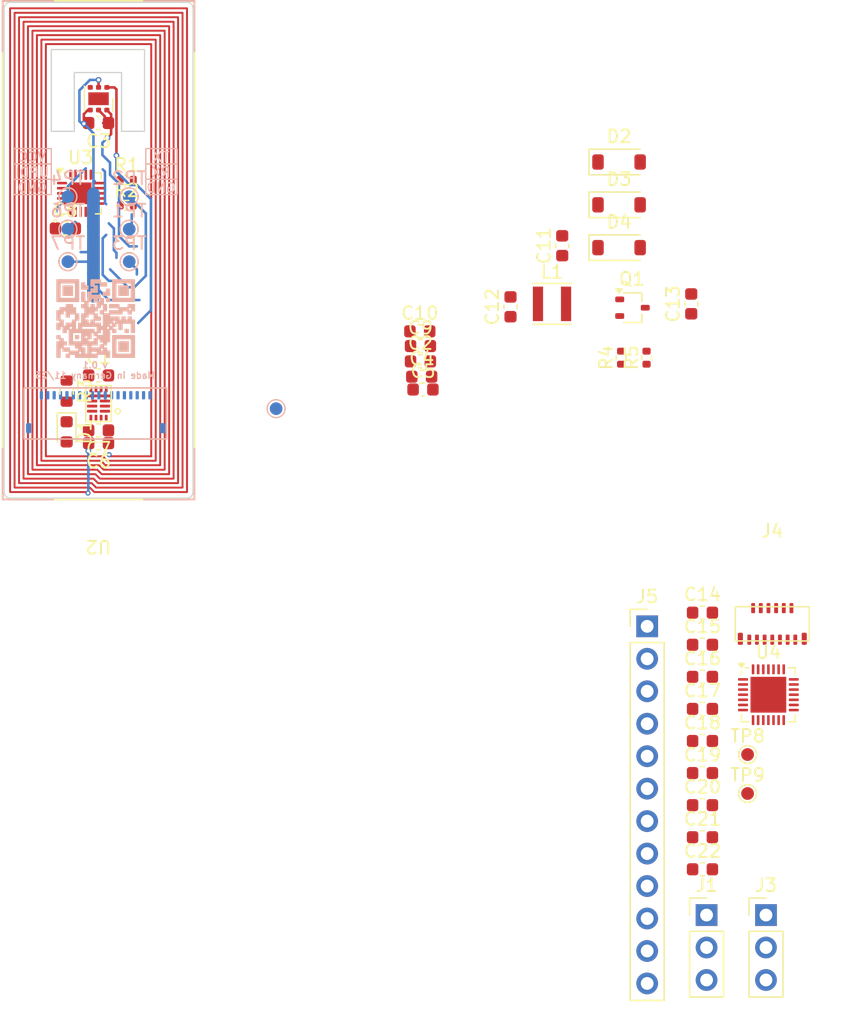
<source format=kicad_pcb>
(kicad_pcb (version 20240108) (generator "pcbnew") (generator_version "8.0")
  (title_block (comment 4 "AISLER Project ID: YAJLMFWK"))
  (layers (0 "F.Cu" signal) (1 "In1.Cu" signal) (2 "In2.Cu" signal) (31 "B.Cu" signal) (34 "B.Paste" user) (35 "F.Paste" user) (36 "B.SilkS" user "B.Silkscreen") (37 "F.SilkS" user "F.Silkscreen") (38 "B.Mask" user) (39 "F.Mask" user) (44 "Edge.Cuts" user))
  (net 0 "")
  (net 1 "ANT2")
  (net 2 "ANT1")
  (net 3 "SCL")
  (net 4 "SDA")
  (net 5 "PS")
  (net 6 "Net-(U4-CFLY2A)")
  (net 7 "RX")
  (net 9 "UPDI")
  (net 10 "Net-(U4-CFLY2B)")
  (net 12 "Net-(U4-CFLY1A)")
  (net 13 "TX")
  (net 14 "Net-(U4-CFLY1B)")
  (net 16 "VCC")
  (net 17 "Net-(U4-CSTORE)")
  (net 18 "Net-(U4-CFLY3B)")
  (net 20 "Net-(U4-CFLY3A)")
  (net 21 "Net-(U4-CDC)")
  (net 23 "Net-(D1-A)")
  (net 24 "Net-(J2-Pin_18)")
  (net 25 "Net-(J2-Pin_16)")
  (net 26 "Net-(J2-Pin_14)")
  (net 27 "Net-(J2-Pin_12)")
  (net 28 "Net-(J2-Pin_3)")
  (net 29 "Net-(D3-A)")
  (net 30 "Net-(D2-A)")
  (net 31 "PREVGH")
  (net 32 "PREVGL")
  (net 33 "BUSY")
  (net 34 "RES")
  (net 35 "SDI")
  (net 37 "CS")
  (net 38 "SCLK")
  (net 39 "RESE")
  (net 40 "D{slash}C")
  (net 41 "GDR")
  (net 45 "ED")
  (net 49 "GND")
  (net 50 "Net-(U4-CFLY4A)")
  (net 51 "Net-(U4-CFLY4B)")
  (net 52 "Net-(U4-CMPPT)")
  (net 53 "VBAT")
  (net 54 "VLDO")
  (net 55 "VIN")
  (net 56 "PART_INT")
  (net 58 "Net-(U4-LDOEN)")
  (footprint "Diode_SMD:D_SOD-123" (layer "F.Cu") (at 170.25 51.6)
    (property "Reference" "D4" (at 0 -2 0) (layer "F.SilkS"))
    (property "Value" "MBR0530")
    (pad "1" smd roundrect (at -1.65 0) (size 0.9 1.2) (layers "F.Cu" "F.Paste" "F.Mask") (net 29 "Net-(D3-A)"))
    (pad "2" smd roundrect (at 1.65 0) (size 0.9 1.2) (layers "F.Cu" "F.Paste" "F.Mask") (net 32 "PREVGL"))
  )
  (footprint "Capacitor_SMD:C_0603_1608Metric" (layer "F.Cu") (at 176.78 100.24)
    (property "Reference" "C22" (at 0 -1.43 0) (layer "F.SilkS"))
    (property "Value" "SUPER/HYBRIDCAP")
    (pad "1" smd roundrect (at -0.775 0) (size 0.9 0.95) (layers "F.Cu" "F.Paste" "F.Mask") (net 53 "VBAT"))
    (pad "2" smd roundrect (at 0.775 0) (size 0.9 0.95) (layers "F.Cu" "F.Paste" "F.Mask") (net 49 "GND"))
  )
  (footprint "Connector_PinHeader_2.54mm:PinHeader_1x03_P2.54mm_Vertical" (layer "F.Cu") (at 177.1 103.82)
    (property "Reference" "J1" (at 0 -2.33 0) (layer "F.SilkS"))
    (property "Value" "Conn_01x03_Pin")
    (pad "1" thru_hole rect (at 0 0) (size 1.7 1.7) (drill 1) (layers "*.Cu" "*.Mask") (net 49 "GND"))
    (pad "2" thru_hole oval (at 0 2.54) (size 1.7 1.7) (drill 1) (layers "*.Cu" "*.Mask") (net 9 "UPDI"))
    (pad "3" thru_hole oval (at 0 5.08) (size 1.7 1.7) (drill 1) (layers "*.Cu" "*.Mask") (net 5 "PS"))
  )
  (footprint "Capacitor_SMD:C_0603_1608Metric" (layer "F.Cu") (at 176.78 90.2)
    (property "Reference" "C18" (at 0 -1.43 0) (layer "F.SilkS"))
    (property "Value" "100nF")
    (pad "1" smd roundrect (at -0.775 0) (size 0.9 0.95) (layers "F.Cu" "F.Paste" "F.Mask") (net 49 "GND"))
    (pad "2" smd roundrect (at 0.775 0) (size 0.9 0.95) (layers "F.Cu" "F.Paste" "F.Mask") (net 21 "Net-(U4-CDC)"))
  )
  (footprint "unsurv_offline_pcb_footprints:VQFN-20-1EP_3x3mm_P0.4mm_EP1.7x1.7mm_edited" (layer "F.Cu") (at 128.1 47.35)
    (property "Reference" "U3" (at 0 -2.8 0) (layer "F.SilkS"))
    (property "Value" "ATtiny1626-MFR")
    (pad "1" smd custom (at -1.45 -0.8) (size 0.143431 0.143431) (layers "F.Cu" "F.Paste" "F.Mask") (options (clearance outline) (anchor circle)) (primitives (gr_poly (pts (xy -0.35 -0.05) (xy 0.299289 -0.05) (xy 0.35 0.000711) (xy 0.35 0.05) (xy -0.35 0.05)) (width 0.1) (fill yes))))
    (pad "2" smd roundrect (at -1.45 -0.4) (size 0.8 0.2) (layers "F.Cu" "F.Paste" "F.Mask"))
    (pad "3" smd roundrect (at -1.45 0) (size 0.8 0.2) (layers "F.Cu" "F.Paste" "F.Mask") (net 49 "GND"))
    (pad "4" smd roundrect (at -1.45 0.4) (size 0.8 0.2) (layers "F.Cu" "F.Paste" "F.Mask") (net 5 "PS"))
    (pad "5" smd custom (at -1.45 0.8) (size 0.143431 0.143431) (layers "F.Cu" "F.Paste" "F.Mask") (net 56 "PART_INT") (options (clearance outline) (anchor circle)) (primitives (gr_poly (pts (xy -0.35 -0.05) (xy 0.35 -0.05) (xy 0.35 -0.000711) (xy 0.299289 0.05) (xy -0.35 0.05)) (width 0.1) (fill yes))))
    (pad "6" smd custom (at -0.8 1.45) (size 0.143431 0.143431) (layers "F.Cu" "F.Paste" "F.Mask") (net 40 "D{slash}C") (options (clearance outline) (anchor circle)) (primitives (gr_poly (pts (xy -0.05 -0.299289) (xy 0.000711 -0.35) (xy 0.05 -0.35) (xy 0.05 0.35) (xy -0.05 0.35)) (width 0.1) (fill yes))))
    (pad "7" smd roundrect (at -0.4 1.45) (size 0.2 0.8) (layers "F.Cu" "F.Paste" "F.Mask") (net 34 "RES"))
    (pad "8" smd roundrect (at 0 1.45) (size 0.2 0.8) (layers "F.Cu" "F.Paste" "F.Mask") (net 33 "BUSY"))
    (pad "9" smd roundrect (at 0.4 1.45) (size 0.2 0.8) (layers "F.Cu" "F.Paste" "F.Mask"))
    (pad "10" smd custom (at 0.8 1.45) (size 0.143431 0.143431) (layers "F.Cu" "F.Paste" "F.Mask") (options (clearance outline) (anchor circle)) (primitives (gr_poly (pts (xy -0.05 -0.35) (xy -0.000711 -0.35) (xy 0.05 -0.299289) (xy 0.05 0.35) (xy -0.05 0.35)) (width 0.1) (fill yes))))
    (pad "11" smd custom (at 1.45 0.8) (size 0.143431 0.143431) (layers "F.Cu" "F.Paste" "F.Mask") (net 7 "RX") (options (clearance outline) (anchor circle)) (primitives (gr_poly (pts (xy -0.35 -0.05) (xy 0.35 -0.05) (xy 0.35 0.05) (xy -0.299289 0.05) (xy -0.35 -0.000711)) (width 0.1) (fill yes))))
    (pad "12" smd roundrect (at 1.45 0.4) (size 0.8 0.2) (layers "F.Cu" "F.Paste" "F.Mask") (net 13 "TX"))
    (pad "13" smd roundrect (at 1.45 0) (size 0.8 0.2) (layers "F.Cu" "F.Paste" "F.Mask") (net 4 "SDA"))
    (pad "14" smd roundrect (at 1.45 -0.4) (size 0.8 0.2) (layers "F.Cu" "F.Paste" "F.Mask") (net 3 "SCL"))
    (pad "15" smd custom (at 1.45 -0.8) (size 0.143431 0.143431) (layers "F.Cu" "F.Paste" "F.Mask") (net 35 "SDI") (options (clearance outline) (anchor circle)) (primitives (gr_poly (pts (xy -0.35 0.000711) (xy -0.299289 -0.05) (xy 0.35 -0.05) (xy 0.35 0.05) (xy -0.35 0.05)) (width 0.1) (fill yes))))
    (pad "16" smd custom (at 0.8 -1.45) (size 0.143431 0.143431) (layers "F.Cu" "F.Paste" "F.Mask") (net 38 "SCLK") (options (clearance outline) (anchor circle)) (primitives (gr_poly (pts (xy -0.05 -0.35) (xy 0.05 -0.35) (xy 0.05 0.299289) (xy -0.000711 0.35) (xy -0.05 0.35)) (width 0.1) (fill yes))))
    (pad "17" smd roundrect (at 0.4 -1.45) (size 0.2 0.8) (layers "F.Cu" "F.Paste" "F.Mask"))
    (pad "18" smd roundrect (at 0 -1.45) (size 0.2 0.8) (layers "F.Cu" "F.Paste" "F.Mask") (net 37 "CS"))
    (pad "19" smd roundrect (at -0.4 -1.45) (size 0.2 0.8) (layers "F.Cu" "F.Paste" "F.Mask") (net 9 "UPDI"))
    (pad "20" smd custom (at -0.8 -1.45) (size 0.143431 0.143431) (layers "F.Cu" "F.Paste" "F.Mask") (options (clearance outline) (anchor circle)) (primitives (gr_poly (pts (xy -0.05 -0.35) (xy 0.05 -0.35) (xy 0.05 0.35) (xy 0.000711 0.35) (xy -0.05 0.299289)) (width 0.1) (fill yes))))
    (pad "21" smd rect (at 0 0) (size 1.7 1.7) (property pad_prop_heatsink) (layers "F.Cu" "F.Mask") (net 49 "GND"))
  )
  (footprint "Capacitor_SMD:C_0603_1608Metric" (layer "F.Cu") (at 129.5 61.6)
    (property "Reference" "C1" (at 0 -1.43 0) (layer "F.SilkS"))
    (property "Value" "1 uF")
    (pad "1" smd roundrect (at -0.775 0) (size 0.9 0.95) (layers "F.Cu" "F.Paste" "F.Mask") (net 5 "PS"))
    (pad "2" smd roundrect (at 0.775 0) (size 0.9 0.95) (layers "F.Cu" "F.Paste" "F.Mask") (net 49 "GND"))
  )
  (footprint "Capacitor_SMD:C_0603_1608Metric" (layer "F.Cu") (at 175.9 56 90)
    (property "Reference" "C13" (at 0 -1.43 90) (layer "F.SilkS"))
    (property "Value" "1uF")
    (pad "1" smd roundrect (at -0.775 0 90) (size 0.9 0.95) (layers "F.Cu" "F.Paste" "F.Mask") (net 49 "GND"))
    (pad "2" smd roundrect (at 0.775 0 90) (size 0.9 0.95) (layers "F.Cu" "F.Paste" "F.Mask") (net 31 "PREVGH"))
  )
  (footprint "Package_DFN_QFN:QFN-28-1EP_4x4mm_P0.4mm_EP2.8x2.8mm" (layer "F.Cu") (at 181.94 86.58)
    (property "Reference" "U4" (at 0 -3.33 0) (layer "F.SilkS"))
    (property "Value" "~")
    (pad "1" smd roundrect (at -1.9875 -1.2) (size 0.775 0.2) (layers "F.Cu" "F.Paste" "F.Mask") (net 18 "Net-(U4-CFLY3B)"))
    (pad "2" smd roundrect (at -1.9875 -0.8) (size 0.775 0.2) (layers "F.Cu" "F.Paste" "F.Mask") (net 20 "Net-(U4-CFLY3A)"))
    (pad "3" smd roundrect (at -1.9875 -0.4) (size 0.775 0.2) (layers "F.Cu" "F.Paste" "F.Mask") (net 21 "Net-(U4-CDC)"))
    (pad "4" smd roundrect (at -1.9875 0) (size 0.775 0.2) (layers "F.Cu" "F.Paste" "F.Mask") (net 49 "GND"))
    (pad "5" smd roundrect (at -1.9875 0.4) (size 0.775 0.2) (layers "F.Cu" "F.Paste" "F.Mask") (net 51 "Net-(U4-CFLY4B)"))
    (pad "6" smd roundrect (at -1.9875 0.8) (size 0.775 0.2) (layers "F.Cu" "F.Paste" "F.Mask") (net 50 "Net-(U4-CFLY4A)"))
    (pad "7" smd roundrect (at -1.9875 1.2) (size 0.775 0.2) (layers "F.Cu" "F.Paste" "F.Mask") (net 52 "Net-(U4-CMPPT)"))
    (pad "8" smd roundrect (at -1.2 1.9875) (size 0.2 0.775) (layers "F.Cu" "F.Paste" "F.Mask"))
    (pad "9" smd roundrect (at -0.8 1.9875) (size 0.2 0.775) (layers "F.Cu" "F.Paste" "F.Mask") (net 58 "Net-(U4-LDOEN)"))
    (pad "10" smd roundrect (at -0.4 1.9875) (size 0.2 0.775) (layers "F.Cu" "F.Paste" "F.Mask") (net 49 "GND"))
    (pad "11" smd roundrect (at 0 1.9875) (size 0.2 0.775) (layers "F.Cu" "F.Paste" "F.Mask"))
    (pad "12" smd roundrect (at 0.4 1.9875) (size 0.2 0.775) (layers "F.Cu" "F.Paste" "F.Mask") (net 58 "Net-(U4-LDOEN)"))
    (pad "13" smd roundrect (at 0.8 1.9875) (size 0.2 0.775) (layers "F.Cu" "F.Paste" "F.Mask") (net 54 "VLDO"))
    (pad "14" smd roundrect (at 1.2 1.9875) (size 0.2 0.775) (layers "F.Cu" "F.Paste" "F.Mask") (net 53 "VBAT"))
    (pad "15" smd roundrect (at 1.9875 1.2) (size 0.775 0.2) (layers "F.Cu" "F.Paste" "F.Mask") (net 4 "SDA"))
    (pad "16" smd roundrect (at 1.9875 0.8) (size 0.775 0.2) (layers "F.Cu" "F.Paste" "F.Mask") (net 3 "SCL"))
    (pad "17" smd roundrect (at 1.9875 0.4) (size 0.775 0.2) (layers "F.Cu" "F.Paste" "F.Mask") (net 49 "GND"))
    (pad "18" smd roundrect (at 1.9875 0) (size 0.775 0.2) (layers "F.Cu" "F.Paste" "F.Mask") (net 49 "GND"))
    (pad "19" smd roundrect (at 1.9875 -0.4) (size 0.775 0.2) (layers "F.Cu" "F.Paste" "F.Mask") (net 49 "GND"))
    (pad "20" smd roundrect (at 1.9875 -0.8) (size 0.775 0.2) (layers "F.Cu" "F.Paste" "F.Mask") (net 49 "GND"))
    (pad "21" smd roundrect (at 1.9875 -1.2) (size 0.775 0.2) (layers "F.Cu" "F.Paste" "F.Mask") (net 49 "GND"))
    (pad "22" smd roundrect (at 1.2 -1.9875) (size 0.2 0.775) (layers "F.Cu" "F.Paste" "F.Mask") (net 17 "Net-(U4-CSTORE)"))
    (pad "23" smd roundrect (at 0.8 -1.9875) (size 0.2 0.775) (layers "F.Cu" "F.Paste" "F.Mask"))
    (pad "24" smd roundrect (at 0.4 -1.9875) (size 0.2 0.775) (layers "F.Cu" "F.Paste" "F.Mask") (net 55 "VIN"))
    (pad "25" smd roundrect (at 0 -1.9875) (size 0.2 0.775) (layers "F.Cu" "F.Paste" "F.Mask") (net 14 "Net-(U4-CFLY1B)"))
    (pad "26" smd roundrect (at -0.4 -1.9875) (size 0.2 0.775) (layers "F.Cu" "F.Paste" "F.Mask") (net 12 "Net-(U4-CFLY1A)"))
    (pad "27" smd roundrect (at -0.8 -1.9875) (size 0.2 0.775) (layers "F.Cu" "F.Paste" "F.Mask") (net 10 "Net-(U4-CFLY2B)"))
    (pad "28" smd roundrect (at -1.2 -1.9875) (size 0.2 0.775) (layers "F.Cu" "F.Paste" "F.Mask") (net 6 "Net-(U4-CFLY2A)"))
    (pad "29" smd rect (at 0 0) (size 2.8 2.8) (property pad_prop_heatsink) (layers "F.Cu" "F.Mask"))
  )
  (footprint "LED_SMD:LED_0603_1608Metric" (layer "F.Cu") (at 127 66.0125 -90)
    (property "Reference" "D1" (at 0 -1.43 90) (layer "F.SilkS"))
    (property "Value" "LED")
    (pad "1" smd roundrect (at -0.7875 0 270) (size 0.875 0.95) (layers "F.Cu" "F.Paste" "F.Mask") (net 49 "GND"))
    (pad "2" smd roundrect (at 0.7875 0 270) (size 0.875 0.95) (layers "F.Cu" "F.Paste" "F.Mask") (net 23 "Net-(D1-A)"))
  )
  (footprint "unsurv_offline_pcb_footprints:38x14_378uH" (layer "F.Cu") (at 122.5 32.8)
    (property "Reference" "AE1" (hide yes))
    (property "Value" "Antenna_Dipole" (hide yes))
    (fp_line (start 6.172614 37.925) (end 6.172614 38) (stroke (width 0.12)) (layer "F.Cu"))
    (fp_line (start 7.827386 35.125) (end 7.827386 35) (stroke (width 0.12)) (layer "F.Cu"))
    (pad "1" smd custom (at 6.172614 37.925) (size 0.15 0.15) (layers "F.Cu") (net 2 "ANT1") (options (clearance outline) (anchor circle)) (primitives (gr_line (start 0 0) (end -6.097614 0) (width 0.15)) (gr_line (start -6.097614 0) (end -6.097614 -37.85) (width 0.15)) (gr_line (start -6.097614 -37.85) (end 7.752386 -37.85) (width 0.15)) (gr_line (start 7.752386 -37.85) (end 7.752386 0) (width 0.15)) (gr_line (start 7.752386 0) (end 0.494975 0) (width 0.15)) (gr_line (start 0.494975 0) (end 0.144975 -0.35) (width 0.15)) (gr_line (start 0.144975 -0.35) (end -5.747614 -0.35) (width 0.15)) (gr_line (start -5.747614 -0.35) (end -5.747614 -37.5) (width 0.15)) (gr_line (start -5.747614 -37.5) (end 7.402386 -37.5) (width 0.15)) (gr_line (start 7.402386 -37.5) (end 7.402386 -0.35) (width 0.15)) (gr_line (start 7.402386 -0.35) (end 0.639949 -0.35) (width 0.15)) (gr_line (start 0.639949 -0.35) (end 0.289949 -0.7) (width 0.15)) (gr_line (start 0.289949 -0.7) (end -5.397614 -0.7) (width 0.15)) (gr_line (start -5.397614 -0.7) (end -5.397614 -37.15) (width 0.15)) (gr_line (start -5.397614 -37.15) (end 7.052386 -37.15) (width 0.15)) (gr_line (start 7.052386 -37.15) (end 7.052386 -0.7) (width 0.15)) (gr_line (start 7.052386 -0.7) (end 0.784924 -0.7) (width 0.15)) (gr_line (start 0.784924 -0.7) (end 0.434924 -1.05) (width 0.15)) (gr_line (start 0.434924 -1.05) (end -5.047614 -1.05) (width 0.15)) (gr_line (start -5.047614 -1.05) (end -5.047614 -36.8) (width 0.15)) (gr_line (start -5.047614 -36.8) (end 6.702386 -36.8) (width 0.15)) (gr_line (start 6.702386 -36.8) (end 6.702386 -1.05) (width 0.15)) (gr_line (start 6.702386 -1.05) (end 0.929899 -1.05) (width 0.15)) (gr_line (start 0.929899 -1.05) (end 0.579899 -1.4) (width 0.15)) (gr_line (start 0.579899 -1.4) (end -4.697614 -1.4) (width 0.15)) (gr_line (start -4.697614 -1.4) (end -4.697614 -36.45) (width 0.15)) (gr_line (start -4.697614 -36.45) (end 6.352386 -36.45) (width 0.15)) (gr_line (start 6.352386 -36.45) (end 6.352386 -1.4) (width 0.15)) (gr_line (start 6.352386 -1.4) (end 1.074874 -1.4) (width 0.15)) (gr_line (start 1.074874 -1.4) (end 0.724874 -1.75) (width 0.15)) (gr_line (start 0.724874 -1.75) (end -4.347614 -1.75) (width 0.15)) (gr_line (start -4.347614 -1.75) (end -4.347614 -36.1) (width 0.15)) (gr_line (start -4.347614 -36.1) (end 6.002386 -36.1) (width 0.15)) (gr_line (start 6.002386 -36.1) (end 6.002386 -1.75) (width 0.15)) (gr_line (start 6.002386 -1.75) (end 1.219848 -1.75) (width 0.15)) (gr_line (start 1.219848 -1.75) (end 0.869848 -2.1) (width 0.15)) (gr_line (start 0.869848 -2.1) (end -3.997614 -2.1) (width 0.15)) (gr_line (start -3.997614 -2.1) (end -3.997614 -35.75) (width 0.15)) (gr_line (start -3.997614 -35.75) (end 5.652386 -35.75) (width 0.15)) (gr_line (start 5.652386 -35.75) (end 5.652386 -2.1) (width 0.15)) (gr_line (start 5.652386 -2.1) (end 1.364823 -2.1) (width 0.15)) (gr_line (start 1.364823 -2.1) (end 1.014823 -2.45) (width 0.15)) (gr_line (start 1.014823 -2.45) (end -3.647614 -2.45) (width 0.15)) (gr_line (start -3.647614 -2.45) (end -3.647614 -35.4) (width 0.15)) (gr_line (start -3.647614 -35.4) (end 5.302386 -35.4) (width 0.15)) (gr_line (start 5.302386 -35.4) (end 5.302386 -2.45) (width 0.15)) (gr_line (start 5.302386 -2.45) (end 1.509798 -2.45) (width 0.15)) (gr_line (start 1.509798 -2.45) (end 1.159798 -2.8) (width 0.15)) (gr_line (start 1.159798 -2.8) (end -3.297614 -2.8) (width 0.15)) (gr_line (start -3.297614 -2.8) (end -3.297614 -35.05) (width 0.15)) (gr_line (start -3.297614 -35.05) (end 4.952386 -35.05) (width 0.15)) (gr_line (start 4.952386 -35.05) (end 4.952386 -2.8) (width 0.15))))
    (pad "1" thru_hole circle (at 6.172614 38) (size 0.4 0.4) (drill 0.2) (layers "*.Cu" "*.Mask") (net 2 "ANT1"))
    (pad "2" thru_hole circle (at 7.827386 35) (size 0.4 0.4) (drill 0.2) (layers "*.Cu" "*.Mask") (net 1 "ANT2"))
    (pad "2" smd custom (at 7.827386 35.125) (size 0.15 0.15) (layers "F.Cu") (net 1 "ANT2") (options (clearance outline) (anchor circle)) (primitives (gr_line (start 0 0) (end 3.297614 0) (width 0.15))))
  )
  (footprint "unsurv_offline_pcb_footprints:TMP117 WSON-6-1EP_2x2mm_P0.65mm_no_pad_paste" (layer "F.Cu") (at 129.5 39.95 -90)
    (property "Reference" "U1" (hide yes))
    (property "Value" "TMP117AIDRVR")
    (pad "1" smd roundrect (at -0.8875 -0.65 270) (size 0.375 0.4) (layers "F.Cu" "F.Paste" "F.Mask") (net 3 "SCL"))
    (pad "2" smd roundrect (at -0.8875 0 270) (size 0.375 0.4) (layers "F.Cu" "F.Paste" "F.Mask") (net 49 "GND"))
    (pad "3" smd roundrect (at -0.8875 0.65 270) (size 0.375 0.4) (layers "F.Cu" "F.Paste" "F.Mask"))
    (pad "4" smd roundrect (at 0.8875 0.65 270) (size 0.375 0.4) (layers "F.Cu" "F.Paste" "F.Mask") (net 49 "GND"))
    (pad "5" smd roundrect (at 0.8875 0 270) (size 0.375 0.4) (layers "F.Cu" "F.Paste" "F.Mask") (net 5 "PS"))
    (pad "6" smd roundrect (at 0.8875 -0.65 270) (size 0.375 0.4) (layers "F.Cu" "F.Paste" "F.Mask") (net 4 "SDA"))
    (pad "7" smd rect (at 0 0 270) (size 1 1.6) (layers "F.Cu" "F.Mask"))
  )
  (footprint "Capacitor_SMD:C_0603_1608Metric" (layer "F.Cu") (at 154.7 60.5)
    (property "Reference" "C2" (at 0 -1.43 0) (layer "F.SilkS"))
    (property "Value" "1 uF 25 V")
    (pad "1" smd roundrect (at -0.775 0) (size 0.9 0.95) (layers "F.Cu" "F.Paste" "F.Mask") (net 49 "GND"))
    (pad "2" smd roundrect (at 0.775 0) (size 0.9 0.95) (layers "F.Cu" "F.Paste" "F.Mask") (net 24 "Net-(J2-Pin_18)"))
  )
  (footprint "Capacitor_SMD:C_0603_1608Metric" (layer "F.Cu") (at 176.78 82.67)
    (property "Reference" "C15" (at 0 -1.43 0) (layer "F.SilkS"))
    (property "Value" "1uF")
    (pad "1" smd roundrect (at -0.775 0) (size 0.9 0.95) (layers "F.Cu" "F.Paste" "F.Mask") (net 12 "Net-(U4-CFLY1A)"))
    (pad "2" smd roundrect (at 0.775 0) (size 0.9 0.95) (layers "F.Cu" "F.Paste" "F.Mask") (net 14 "Net-(U4-CFLY1B)"))
  )
  (footprint "Capacitor_SMD:C_0603_1608Metric" (layer "F.Cu") (at 176.78 80.16)
    (property "Reference" "C14" (at 0 -1.43 0) (layer "F.SilkS"))
    (property "Value" "1uF")
    (pad "1" smd roundrect (at -0.775 0) (size 0.9 0.95) (layers "F.Cu" "F.Paste" "F.Mask") (net 6 "Net-(U4-CFLY2A)"))
    (pad "2" smd roundrect (at 0.775 0) (size 0.9 0.95) (layers "F.Cu" "F.Paste" "F.Mask") (net 10 "Net-(U4-CFLY2B)"))
  )
  (footprint "Capacitor_SMD:C_0603_1608Metric" (layer "F.Cu") (at 165.8 51.45 90)
    (property "Reference" "C11" (at 0 -1.43 90) (layer "F.SilkS"))
    (property "Value" "4.7uF")
    (pad "1" smd roundrect (at -0.775 0 90) (size 0.9 0.95) (layers "F.Cu" "F.Paste" "F.Mask") (net 30 "Net-(D2-A)"))
    (pad "2" smd roundrect (at 0.775 0 90) (size 0.9 0.95) (layers "F.Cu" "F.Paste" "F.Mask") (net 29 "Net-(D3-A)"))
  )
  (footprint "Capacitor_SMD:C_0603_1608Metric" (layer "F.Cu") (at 176.78 92.71)
    (property "Reference" "C19" (at 0 -1.43 0) (layer "F.SilkS"))
    (property "Value" "100nF")
    (pad "1" smd roundrect (at -0.775 0) (size 0.9 0.95) (layers "F.Cu" "F.Paste" "F.Mask") (net 51 "Net-(U4-CFLY4B)"))
    (pad "2" smd roundrect (at 0.775 0) (size 0.9 0.95) (layers "F.Cu" "F.Paste" "F.Mask") (net 50 "Net-(U4-CFLY4A)"))
  )
  (footprint "Capacitor_SMD:C_0603_1608Metric" (layer "F.Cu") (at 176.78 95.22)
    (property "Reference" "C20" (at 0 -1.43 0) (layer "F.SilkS"))
    (property "Value" "100nF")
    (pad "1" smd roundrect (at -0.775 0) (size 0.9 0.95) (layers "F.Cu" "F.Paste" "F.Mask") (net 49 "GND"))
    (pad "2" smd roundrect (at 0.775 0) (size 0.9 0.95) (layers "F.Cu" "F.Paste" "F.Mask") (net 52 "Net-(U4-CMPPT)"))
  )
  (footprint "Capacitor_SMD:C_0603_1608Metric" (layer "F.Cu") (at 126.9 50.1)
    (property "Reference" "C8" (at 0 -1.43 0) (layer "F.SilkS"))
    (property "Value" "0.1 uF")
    (pad "1" smd roundrect (at -0.775 0) (size 0.9 0.95) (layers "F.Cu" "F.Paste" "F.Mask") (net 5 "PS"))
    (pad "2" smd roundrect (at 0.775 0) (size 0.9 0.95) (layers "F.Cu" "F.Paste" "F.Mask") (net 49 "GND"))
  )
  (footprint "Resistor_SMD:R_0603_1608Metric" (layer "F.Cu") (at 127 62.825 -90)
    (property "Reference" "R3" (at 0 -1.43 90) (layer "F.SilkS"))
    (property "Value" "1k")
    (pad "1" smd roundrect (at -0.825 0 270) (size 0.8 0.95) (layers "F.Cu" "F.Paste" "F.Mask") (net 5 "PS"))
    (pad "2" smd roundrect (at 0.825 0 270) (size 0.8 0.95) (layers "F.Cu" "F.Paste" "F.Mask") (net 23 "Net-(D1-A)"))
  )
  (footprint "Capacitor_SMD:C_0603_1608Metric" (layer "F.Cu") (at 154.65 58.15)
    (property "Reference" "C10" (at 0 -1.43 0) (layer "F.SilkS"))
    (property "Value" "1 uF 25 V")
    (pad "1" smd roundrect (at -0.775 0) (size 0.9 0.95) (layers "F.Cu" "F.Paste" "F.Mask") (net 49 "GND"))
    (pad "2" smd roundrect (at 0.775 0) (size 0.9 0.95) (layers "F.Cu" "F.Paste" "F.Mask") (net 28 "Net-(J2-Pin_3)"))
  )
  (footprint "Capacitor_SMD:C_0603_1608Metric" (layer "F.Cu") (at 176.78 87.69)
    (property "Reference" "C17" (at 0 -1.43 0) (layer "F.SilkS"))
    (property "Value" "470nF")
    (pad "1" smd roundrect (at -0.775 0) (size 0.9 0.95) (layers "F.Cu" "F.Paste" "F.Mask") (net 18 "Net-(U4-CFLY3B)"))
    (pad "2" smd roundrect (at 0.775 0) (size 0.9 0.95) (layers "F.Cu" "F.Paste" "F.Mask") (net 20 "Net-(U4-CFLY3A)"))
  )
  (footprint "Resistor_SMD:R_0402_1005Metric" (layer "F.Cu") (at 172.4 60.21 90)
    (property "Reference" "R5" (at 0 -1.17 90) (layer "F.SilkS"))
    (property "Value" "10k")
    (pad "1" smd roundrect (at -0.51 0 90) (size 0.54 0.64) (layers "F.Cu" "F.Paste" "F.Mask") (net 41 "GDR"))
    (pad "2" smd roundrect (at 0.51 0 90) (size 0.54 0.64) (layers "F.Cu" "F.Paste" "F.Mask") (net 49 "GND"))
  )
  (footprint "Connector_PinHeader_2.54mm:PinHeader_1x03_P2.54mm_Vertical" (layer "F.Cu") (at 181.75 103.82)
    (property "Reference" "J3" (at 0 -2.33 0) (layer "F.SilkS"))
    (property "Value" "Conn_01x03_Pin")
    (pad "1" thru_hole rect (at 0 0) (size 1.7 1.7) (drill 1) (layers "*.Cu" "*.Mask") (net 54 "VLDO"))
    (pad "2" thru_hole oval (at 0 2.54) (size 1.7 1.7) (drill 1) (layers "*.Cu" "*.Mask") (net 5 "PS"))
    (pad "3" thru_hole oval (at 0 5.08) (size 1.7 1.7) (drill 1) (layers "*.Cu" "*.Mask") (net 55 "VIN"))
  )
  (footprint "TestPoint:TestPoint_Pad_D1.0mm" (layer "F.Cu") (at 180.31 94.31)
    (property "Reference" "TP9" (at 0 -1.448 0) (layer "F.SilkS"))
    (property "Value" "TestPoint")
    (pad "1" smd circle (at 0 0) (size 1 1) (layers "F.Cu" "F.Mask") (net 58 "Net-(U4-LDOEN)"))
  )
  (footprint "Capacitor_SMD:C_0603_1608Metric" (layer "F.Cu") (at 129.5 65.9 180)
    (property "Reference" "C7" (at 0 -1.43 180) (layer "F.SilkS"))
    (property "Value" "8.3 pF")
    (pad "1" smd roundrect (at -0.775 0 180) (size 0.9 0.95) (layers "F.Cu" "F.Paste" "F.Mask") (net 1 "ANT2"))
    (pad "2" smd roundrect (at 0.775 0 180) (size 0.9 0.95) (layers "F.Cu" "F.Paste" "F.Mask") (net 2 "ANT1"))
  )
  (footprint "Inductor_SMD:L_Taiyo-Yuden_MD-3030" (layer "F.Cu") (at 165 56)
    (property "Reference" "L1" (at 0 -2.5 0) (layer "F.SilkS"))
    (property "Value" "47uH 500mA")
    (pad "1" smd rect (at -1.1 0) (size 0.8 2.7) (layers "F.Cu" "F.Paste" "F.Mask") (net 5 "PS"))
    (pad "2" smd rect (at 1.1 0) (size 0.8 2.7) (layers "F.Cu" "F.Paste" "F.Mask") (net 30 "Net-(D2-A)"))
  )
  (footprint "Capacitor_SMD:C_0603_1608Metric" (layer "F.Cu") (at 129.5 41.85 180)
    (property "Reference" "C3" (at 0 -1.43 180) (layer "F.SilkS"))
    (property "Value" "0.1 uF")
    (pad "1" smd roundrect (at -0.775 0 180) (size 0.9 0.95) (layers "F.Cu" "F.Paste" "F.Mask") (net 5 "PS"))
    (pad "2" smd roundrect (at 0.775 0 180) (size 0.9 0.95) (layers "F.Cu" "F.Paste" "F.Mask") (net 49 "GND"))
  )
  (footprint "TestPoint:TestPoint_Pad_D1.0mm" (layer "F.Cu") (at 180.31 91.26)
    (property "Reference" "TP8" (at 0 -1.448 0) (layer "F.SilkS"))
    (property "Value" "TestPoint")
    (pad "1" smd circle (at 0 0) (size 1 1) (layers "F.Cu" "F.Mask") (net 54 "VLDO"))
  )
  (footprint "Capacitor_SMD:C_0603_1608Metric" (layer "F.Cu") (at 154.8 61.7)
    (property "Reference" "C4" (at 0 -1.43 0) (layer "F.SilkS"))
    (property "Value" "1 uF 25 V")
    (pad "1" smd roundrect (at -0.775 0) (size 0.9 0.95) (layers "F.Cu" "F.Paste" "F.Mask") (net 49 "GND"))
    (pad "2" smd roundrect (at 0.775 0) (size 0.9 0.95) (layers "F.Cu" "F.Paste" "F.Mask") (net 25 "Net-(J2-Pin_16)"))
  )
  (footprint "Diode_SMD:D_SOD-123" (layer "F.Cu") (at 170.25 44.9)
    (property "Reference" "D2" (at 0 -2 0) (layer "F.SilkS"))
    (property "Value" "MBR0530")
    (pad "1" smd roundrect (at -1.65 0) (size 0.9 1.2) (layers "F.Cu" "F.Paste" "F.Mask") (net 31 "PREVGH"))
    (pad "2" smd roundrect (at 1.65 0) (size 0.9 1.2) (layers "F.Cu" "F.Paste" "F.Mask") (net 30 "Net-(D2-A)"))
  )
  (footprint "Diode_SMD:D_SOD-123" (layer "F.Cu") (at 170.25 48.25)
    (property "Reference" "D3" (at 0 -2 0) (layer "F.SilkS"))
    (property "Value" "MBR0530")
    (pad "1" smd roundrect (at -1.65 0) (size 0.9 1.2) (layers "F.Cu" "F.Paste" "F.Mask") (net 49 "GND"))
    (pad "2" smd roundrect (at 1.65 0) (size 0.9 1.2) (layers "F.Cu" "F.Paste" "F.Mask") (net 29 "Net-(D3-A)"))
  )
  (footprint "Resistor_SMD:R_0402_1005Metric" (layer "F.Cu") (at 170.41 60.21 90)
    (property "Reference" "R4" (at 0 -1.17 90) (layer "F.SilkS"))
    (property "Value" "2.2")
    (pad "1" smd roundrect (at -0.51 0 90) (size 0.54 0.64) (layers "F.Cu" "F.Paste" "F.Mask") (net 39 "RESE"))
    (pad "2" smd roundrect (at 0.51 0 90) (size 0.54 0.64) (layers "F.Cu" "F.Paste" "F.Mask") (net 49 "GND"))
  )
  (footprint "Capacitor_SMD:C_0603_1608Metric" (layer "F.Cu") (at 176.78 85.18)
    (property "Reference" "C16" (at 0 -1.43 0) (layer "F.SilkS"))
    (property "Value" "47uF")
    (pad "1" smd roundrect (at -0.775 0) (size 0.9 0.95) (layers "F.Cu" "F.Paste" "F.Mask") (net 17 "Net-(U4-CSTORE)"))
    (pad "2" smd roundrect (at 0.775 0) (size 0.9 0.95) (layers "F.Cu" "F.Paste" "F.Mask") (net 49 "GND"))
  )
  (footprint "Package_TO_SOT_SMD:SOT-323_SC-70" (layer "F.Cu") (at 171.3 56.3)
    (property "Reference" "Q1" (at -0.05 -2.25 0) (layer "F.SilkS"))
    (property "Value" "Si1308EDL")
    (pad "1" smd roundrect (at -1 -0.65 270) (size 0.45 0.7) (layers "F.Cu" "F.Paste" "F.Mask") (net 41 "GDR"))
    (pad "2" smd roundrect (at -1 0.65 270) (size 0.45 0.7) (layers "F.Cu" "F.Paste" "F.Mask") (net 39 "RESE"))
    (pad "3" smd roundrect (at 1 0 270) (size 0.45 0.7) (layers "F.Cu" "F.Paste" "F.Mask") (net 30 "Net-(D2-A)"))
  )
  (footprint "Capacitor_SMD:C_0603_1608Metric" (layer "F.Cu") (at 154.7 59.3)
    (property "Reference" "C9" (at 0 -1.43 0) (layer "F.SilkS"))
    (property "Value" "1 uF 25 V")
    (pad "1" smd roundrect (at -0.775 0) (size 0.9 0.95) (layers "F.Cu" "F.Paste" "F.Mask") (net 49 "GND"))
    (pad "2" smd roundrect (at 0.775 0) (size 0.9 0.95) (layers "F.Cu" "F.Paste" "F.Mask") (net 27 "Net-(J2-Pin_12)"))
  )
  (footprint "Resistor_SMD:R_0402_1005Metric" (layer "F.Cu") (at 131.71 46.3)
    (property "Reference" "R1" (at 0 -1.17 0) (layer "F.SilkS"))
    (property "Value" "4.7k")
    (pad "1" smd roundrect (at -0.51 0) (size 0.54 0.64) (layers "F.Cu" "F.Paste" "F.Mask") (net 5 "PS"))
    (pad "2" smd roundrect (at 0.51 0) (size 0.54 0.64) (layers "F.Cu" "F.Paste" "F.Mask") (net 3 "SCL"))
  )
  (footprint "unsurv_offline_pcb_footprints:NTAG 5 link" (layer "F.Cu") (at 129.5 63.8 180)
    (property "Reference" "U2" (at 0 -11.2 180) (layer "F.SilkS"))
    (property "Value" "NTAG link")
    (pad "1" smd roundrect (at -0.5 -0.6 90) (size 0.22 0.8) (layers "F.Cu" "F.Paste" "F.Mask") (net 49 "GND"))
    (pad "2" smd roundrect (at -0.5 -0.2 90) (size 0.22 0.8) (layers "F.Cu" "F.Paste" "F.Mask") (net 49 "GND"))
    (pad "3" smd roundrect (at -0.5 0.2 90) (size 0.22 0.8) (layers "F.Cu" "F.Paste" "F.Mask"))
    (pad "4" smd roundrect (at -0.5 0.6 90) (size 0.22 0.8) (layers "F.Cu" "F.Paste" "F.Mask"))
    (pad "5" smd roundrect (at -0.6 1.1) (size 0.22 0.44) (layers "F.Cu" "F.Paste" "F.Mask"))
    (pad "6" smd roundrect (at -0.2 1.1) (size 0.22 0.44) (layers "F.Cu" "F.Paste" "F.Mask") (net 4 "SDA"))
    (pad "7" smd roundrect (at 0.2 1.1) (size 0.22 0.44) (layers "F.Cu" "F.Paste" "F.Mask") (net 3 "SCL"))
    (pad "8" smd roundrect (at 0.6 1.1) (size 0.22 0.44) (layers "F.Cu" "F.Paste" "F.Mask") (net 45 "ED"))
    (pad "9" smd roundrect (at 0.5 0.6 270) (size 0.22 0.8) (layers "F.Cu" "F.Paste" "F.Mask") (net 5 "PS"))
    (pad "10" smd roundrect (at 0.5 0.2 270) (size 0.22 0.8) (layers "F.Cu" "F.Paste" "F.Mask"))
    (pad "11" smd roundrect (at 0.5 -0.2 270) (size 0.22 0.8) (layers "F.Cu" "F.Paste" "F.Mask") (net 49 "GND"))
    (pad "12" smd roundrect (at 0.5 -0.6 270) (size 0.22 0.8) (layers "F.Cu" "F.Paste" "F.Mask") (net 55 "VIN"))
    (pad "13" smd roundrect (at 0.6 -1.1) (size 0.22 0.44) (layers "F.Cu" "F.Paste" "F.Mask"))
    (pad "14" smd roundrect (at 0.2 -1.1) (size 0.22 0.44) (layers "F.Cu" "F.Paste" "F.Mask") (net 2 "ANT1"))
    (pad "15" smd roundrect (at -0.2 -1.1) (size 0.22 0.44) (layers "F.Cu" "F.Paste" "F.Mask") (net 1 "ANT2"))
    (pad "16" smd roundrect (at -0.6 -1.1) (size 0.22 0.44) (layers "F.Cu" "F.Paste" "F.Mask"))
  )
  (footprint "Capacitor_SMD:C_0603_1608Metric" (layer "F.Cu") (at 161.75 56.23 90)
    (property "Reference" "C12" (at 0 -1.43 90) (layer "F.SilkS"))
    (property "Value" "4.7uF")
    (pad "1" smd roundrect (at -0.775 0 90) (size 0.9 0.95) (layers "F.Cu" "F.Paste" "F.Mask") (net 49 "GND"))
    (pad "2" smd roundrect (at 0.775 0 90) (size 0.9 0.95) (layers "F.Cu" "F.Paste" "F.Mask") (net 5 "PS"))
  )
  (footprint "Connector_PinHeader_2.54mm:PinHeader_1x12_P2.54mm_Vertical" (layer "F.Cu") (at 172.45 81.23)
    (property "Reference" "J5" (at 0 -2.33 0) (layer "F.SilkS"))
    (property "Value" "Conn_01x12_Pin")
    (pad "1" thru_hole rect (at 0 0) (size 1.7 1.7) (drill 1) (layers "*.Cu" "*.Mask") (net 49 "GND"))
    (pad "2" thru_hole oval (at 0 2.54) (size 1.7 1.7) (drill 1) (layers "*.Cu" "*.Mask") (net 54 "VLDO"))
    (pad "3" thru_hole oval (at 0 5.08) (size 1.7 1.7) (drill 1) (layers "*.Cu" "*.Mask") (net 55 "VIN"))
    (pad "4" thru_hole oval (at 0 7.62) (size 1.7 1.7) (drill 1) (layers "*.Cu" "*.Mask") (net 3 "SCL"))
    (pad "5" thru_hole oval (at 0 10.16) (size 1.7 1.7) (drill 1) (layers "*.Cu" "*.Mask") (net 4 "SDA"))
    (pad "6" thru_hole oval (at 0 12.7) (size 1.7 1.7) (drill 1) (layers "*.Cu" "*.Mask") (net 40 "D{slash}C"))
    (pad "7" thru_hole oval (at 0 15.24) (size 1.7 1.7) (drill 1) (layers "*.Cu" "*.Mask") (net 34 "RES"))
    (pad "8" thru_hole oval (at 0 17.78) (size 1.7 1.7) (drill 1) (layers "*.Cu" "*.Mask") (net 33 "BUSY"))
    (pad "9" thru_hole oval (at 0 20.32) (size 1.7 1.7) (drill 1) (layers "*.Cu" "*.Mask") (net 37 "CS"))
    (pad "10" thru_hole oval (at 0 22.86) (size 1.7 1.7) (drill 1) (layers "*.Cu" "*.Mask") (net 38 "SCLK"))
    (pad "11" thru_hole oval (at 0 25.4) (size 1.7 1.7) (drill 1) (layers "*.Cu" "*.Mask") (net 35 "SDI"))
    (pad "12" thru_hole oval (at 0 27.94) (size 1.7 1.7) (drill 1) (layers "*.Cu" "*.Mask") (net 5 "PS"))
  )
  (footprint "unsurv_offline_pcb_footprints:046844713002846_FPC_ZIF" (layer "F.Cu") (at 182.245 82.675)
    (property "Reference" "J4" (at 0 -8.9 0) (layer "F.SilkS"))
    (property "Value" "Conn_01x15_Pin")
    (pad "1" smd roundrect (at -1.8 -0.4 180) (size 0.3 0.8) (layers "F.Cu" "F.Paste" "F.Mask") (net 5 "PS"))
    (pad "2" smd roundrect (at -1.5 -2.87 180) (size 0.3 0.8) (layers "F.Cu" "F.Paste" "F.Mask") (net 49 "GND"))
    (pad "3" smd roundrect (at -1.2 -0.4 180) (size 0.3 0.8) (layers "F.Cu" "F.Paste" "F.Mask") (net 5 "PS"))
    (pad "4" smd roundrect (at -0.9 -2.87 180) (size 0.3 0.8) (layers "F.Cu" "F.Paste" "F.Mask") (net 49 "GND"))
    (pad "5" smd roundrect (at -0.6 -0.4 180) (size 0.3 0.8) (layers "F.Cu" "F.Paste" "F.Mask") (net 4 "SDA"))
    (pad "6" smd roundrect (at -0.3 -2.87 180) (size 0.3 0.8) (layers "F.Cu" "F.Paste" "F.Mask") (net 3 "SCL"))
    (pad "7" smd roundrect (at 0 -0.4 180) (size 0.3 0.8) (layers "F.Cu" "F.Paste" "F.Mask") (net 5 "PS"))
    (pad "8" smd roundrect (at 0.3 -2.87 180) (size 0.3 0.8) (layers "F.Cu" "F.Paste" "F.Mask") (net 5 "PS"))
    (pad "9" smd roundrect (at 0.6 -0.4 180) (size 0.3 0.8) (layers "F.Cu" "F.Paste" "F.Mask") (net 49 "GND"))
    (pad "10" smd roundrect (at 0.9 -2.87 180) (size 0.3 0.8) (layers "F.Cu" "F.Paste" "F.Mask") (net 5 "PS"))
    (pad "11" smd roundrect (at 1.2 -0.4 180) (size 0.3 0.8) (layers "F.Cu" "F.Paste" "F.Mask") (net 49 "GND"))
    (pad "12" smd roundrect (at 1.5 -2.87 180) (size 0.3 0.8) (layers "F.Cu" "F.Paste" "F.Mask") (net 56 "PART_INT"))
    (pad "13" smd roundrect (at 1.8 -0.4 180) (size 0.3 0.8) (layers "F.Cu" "F.Paste" "F.Mask"))
    (pad "14" smd roundrect (at -2.5 -0.472 180) (size 0.4 0.95) (layers "F.Cu" "F.Paste" "F.Mask") (net 49 "GND"))
    (pad "15" smd roundrect (at 2.5 -0.472 180) (size 0.4 0.95) (layers "F.Cu" "F.Paste" "F.Mask") (net 49 "GND"))
  )
  (footprint "Capacitor_SMD:C_0603_1608Metric" (layer "F.Cu") (at 154.9 62.7)
    (property "Reference" "C5" (at 0 -1.43 0) (layer "F.SilkS"))
    (property "Value" "1 uF 25 V")
    (pad "1" smd roundrect (at -0.775 0) (size 0.9 0.95) (layers "F.Cu" "F.Paste" "F.Mask") (net 49 "GND"))
    (pad "2" smd roundrect (at 0.775 0) (size 0.9 0.95) (layers "F.Cu" "F.Paste" "F.Mask") (net 26 "Net-(J2-Pin_14)"))
  )
  (footprint "Capacitor_SMD:C_0603_1608Metric" (layer "F.Cu") (at 176.78 97.73)
    (property "Reference" "C21" (at 0 -1.43 0) (layer "F.SilkS"))
    (property "Value" "47uF")
    (pad "1" smd roundrect (at -0.775 0) (size 0.9 0.95) (layers "F.Cu" "F.Paste" "F.Mask") (net 53 "VBAT"))
    (pad "2" smd roundrect (at 0.775 0) (size 0.9 0.95) (layers "F.Cu" "F.Paste" "F.Mask") (net 49 "GND"))
  )
  (footprint "Capacitor_SMD:C_0603_1608Metric" (layer "F.Cu") (at 129.5 66.9 180)
    (property "Reference" "C6" (at 0 -1.43 180) (layer "F.SilkS"))
    (property "Value" "15 pF")
    (pad "1" smd roundrect (at -0.775 0 180) (size 0.9 0.95) (layers "F.Cu" "F.Paste" "F.Mask") (net 1 "ANT2"))
    (pad "2" smd roundrect (at 0.775 0 180) (size 0.9 0.95) (layers "F.Cu" "F.Paste" "F.Mask") (net 2 "ANT1"))
  )
  (footprint "Resistor_SMD:R_0402_1005Metric" (layer "F.Cu") (at 131.71 48.29)
    (property "Reference" "R2" (at 0 -1.17 0) (layer "F.SilkS"))
    (property "Value" "4.7k")
    (pad "1" smd roundrect (at -0.51 0) (size 0.54 0.64) (layers "F.Cu" "F.Paste" "F.Mask") (net 5 "PS"))
    (pad "2" smd roundrect (at 0.51 0) (size 0.54 0.64) (layers "F.Cu" "F.Paste" "F.Mask") (net 4 "SDA"))
  )
  (footprint "TestPoint:TestPoint_Pad_D1.0mm" (layer "B.Cu") (at 127.1 50.16 180)
    (property "Reference" "TP6" (at 0 1.448 0) (layer "B.SilkS") (effects (justify mirror)))
    (property "Value" "TestPoint")
    (pad "1" smd circle (at 0 0 180) (size 1 1) (layers "B.Cu" "B.Mask") (net 9 "UPDI"))
  )
  (footprint "unsurv_offline_pcb_footprints:QR_shop" (layer "B.Cu") (at 129.275 57.15 180)
    (property "Reference" "QR_ref1" (hide yes))
    (property "Value" "TestPoint" (hide yes))
  )
  (footprint "TestPoint:TestPoint_Pad_D1.0mm" (layer "B.Cu") (at 143.4 64.2 180)
    (property "Reference" "TP5" (hide yes))
    (property "Value" "TestPoint")
    (pad "1" smd circle (at 0 0 180) (size 1 1) (layers "B.Cu" "B.Mask") (net 1 "ANT2"))
  )
  (footprint "TestPoint:TestPoint_Pad_D1.0mm" (layer "B.Cu") (at 131.9 50.16 180)
    (property "Reference" "TP1" (at 0 1.448 0) (layer "B.SilkS") (effects (justify mirror)))
    (property "Value" "TestPoint")
    (pad "1" smd circle (at 0 0 180) (size 1 1) (layers "B.Cu" "B.Mask") (net 7 "RX"))
  )
  (footprint "TestPoint:TestPoint_Pad_D1.0mm" (layer "B.Cu") (at 131.9 47.62 180)
    (property "Reference" "TP2" (at 0 1.448 0) (layer "B.SilkS") (effects (justify mirror)))
    (property "Value" "TestPoint")
    (pad "1" smd circle (at 0 0 180) (size 1 1) (layers "B.Cu" "B.Mask") (net 13 "TX"))
  )
  (footprint "TestPoint:TestPoint_Pad_D1.0mm" (layer "B.Cu") (at 127.1 52.7 180)
    (property "Reference" "TP7" (at 0 1.448 0) (layer "B.SilkS") (effects (justify mirror)))
    (property "Value" "TestPoint")
    (pad "1" smd circle (at 0 0 180) (size 1 1) (layers "B.Cu" "B.Mask") (net 49 "GND"))
  )
  (footprint "unsurv_offline_pcb_footprints:FH34SRJ-18S-0.5SH" (layer "B.Cu") (at 129.275 62.825 180)
    (property "Reference" "J2" (hide yes))
    (property "Value" "Conn_01x20_Pin")
    (pad "1" smd roundrect (at -4.25 -0.325 90) (size 0.65 0.25) (layers "B.Cu" "B.Paste" "B.Mask") (net 41 "GDR"))
    (pad "2" smd roundrect (at -3.75 -0.325 90) (size 0.65 0.25) (layers "B.Cu" "B.Paste" "B.Mask") (net 39 "RESE"))
    (pad "3" smd roundrect (at -3.25 -0.325 90) (size 0.65 0.25) (layers "B.Cu" "B.Paste" "B.Mask") (net 28 "Net-(J2-Pin_3)"))
    (pad "4" smd roundrect (at -2.75 -0.325 90) (size 0.65 0.25) (layers "B.Cu" "B.Paste" "B.Mask") (net 33 "BUSY"))
    (pad "5" smd roundrect (at -2.25 -0.325 90) (size 0.65 0.25) (layers "B.Cu" "B.Paste" "B.Mask") (net 34 "RES"))
    (pad "6" smd roundrect (at -1.75 -0.325 90) (size 0.65 0.25) (layers "B.Cu" "B.Paste" "B.Mask") (net 40 "D{slash}C"))
    (pad "7" smd roundrect (at -1.25 -0.325 90) (size 0.65 0.25) (layers "B.Cu" "B.Paste" "B.Mask") (net 37 "CS"))
    (pad "8" smd roundrect (at -0.75 -0.325 90) (size 0.65 0.25) (layers "B.Cu" "B.Paste" "B.Mask") (net 38 "SCLK"))
    (pad "9" smd roundrect (at -0.25 -0.325 90) (size 0.65 0.25) (layers "B.Cu" "B.Paste" "B.Mask") (net 35 "SDI"))
    (pad "10" smd roundrect (at 0.25 -0.325 90) (size 0.65 0.25) (layers "B.Cu" "B.Paste" "B.Mask") (net 5 "PS"))
    (pad "11" smd roundrect (at 0.75 -0.325 90) (size 0.65 0.25) (layers "B.Cu" "B.Paste" "B.Mask") (net 49 "GND"))
    (pad "12" smd roundrect (at 1.25 -0.325 90) (size 0.65 0.25) (layers "B.Cu" "B.Paste" "B.Mask") (net 27 "Net-(J2-Pin_12)"))
    (pad "13" smd roundrect (at 1.75 -0.325 90) (size 0.65 0.25) (layers "B.Cu" "B.Paste" "B.Mask"))
    (pad "14" smd roundrect (at 2.25 -0.325 90) (size 0.65 0.25) (layers "B.Cu" "B.Paste" "B.Mask") (net 26 "Net-(J2-Pin_14)"))
    (pad "15" smd roundrect (at 2.75 -0.325 90) (size 0.65 0.25) (layers "B.Cu" "B.Paste" "B.Mask") (net 31 "PREVGH"))
    (pad "16" smd roundrect (at 3.25 -0.325 90) (size 0.65 0.25) (layers "B.Cu" "B.Paste" "B.Mask") (net 25 "Net-(J2-Pin_16)"))
    (pad "17" smd roundrect (at 3.75 -0.325 90) (size 0.65 0.25) (layers "B.Cu" "B.Paste" "B.Mask") (net 32 "PREVGL"))
    (pad "18" smd roundrect (at 4.25 -0.325 90) (size 0.65 0.25) (layers "B.Cu" "B.Paste" "B.Mask") (net 24 "Net-(J2-Pin_18)"))
    (pad "19" smd roundrect (at -5.25 -2.9 90) (size 0.8 0.4) (layers "B.Cu" "B.Paste" "B.Mask") (net 49 "GND"))
    (pad "20" smd roundrect (at 5.25 -2.9 90) (size 0.8 0.4) (layers "B.Cu" "B.Paste" "B.Mask") (net 49 "GND"))
  )
  (footprint "TestPoint:TestPoint_Pad_D1.0mm" (layer "B.Cu") (at 131.9 52.7 180)
    (property "Reference" "TP3" (at 0 1.448 0) (layer "B.SilkS") (effects (justify mirror)))
    (property "Value" "TestPoint")
    (pad "1" smd circle (at 0 0 180) (size 1 1) (layers "B.Cu" "B.Mask") (net 49 "GND"))
  )
  (footprint "TestPoint:TestPoint_Pad_D1.0mm" (layer "B.Cu") (at 127.1 47.62 180)
    (property "Reference" "TP4" (at 0 1.448 0) (layer "B.SilkS") (effects (justify mirror)))
    (property "Value" "TestPoint")
    (pad "1" smd circle (at 0 0 180) (size 1 1) (layers "B.Cu" "B.Mask") (net 5 "PS"))
  )
  (gr_rect (start 133.2 43.85) (end 135.65 45.05) (stroke (width 0.1)) (fill none) (layer "B.SilkS"))
  (gr_rect (start 122.85 45.05) (end 125.8 46.25) (stroke (width 0.1)) (fill none) (layer "B.SilkS"))
  (gr_rect (start 122.85 43.85) (end 125.8 45.05) (stroke (width 0.1)) (fill none) (layer "B.SilkS"))
  (gr_rect (start 133.2 46.25) (end 135.65 47.45) (stroke (width 0.1)) (fill none) (layer "B.SilkS"))
  (gr_rect (start 122.85 46.25) (end 125.8 47.45) (stroke (width 0.1)) (fill none) (layer "B.SilkS"))
  (gr_rect (start 133.2 45.05) (end 135.65 46.25) (stroke (width 0.1)) (fill none) (layer "B.SilkS"))
  (gr_circle (center 126.1 49.5) (end 126.05 49.6) (stroke (width 0.1)) (fill none) (layer "F.SilkS"))
  (gr_line (start 125.8 36.1) (end 125.8 42.5) (stroke (width 0.1)) (layer "Edge.Cuts"))
  (gr_arc (start 136.4 32.4) (mid 136.753553 32.546447) (end 136.9 32.9) (stroke (width 0.1)) (layer "Edge.Cuts"))
  (gr_line (start 133.1 36.1) (end 125.8 36.1) (stroke (width 0.1)) (layer "Edge.Cuts"))
  (gr_line (start 122.6 32.4) (end 136.4 32.4) (stroke (width 0.1)) (layer "Edge.Cuts"))
  (gr_line (start 127.6 42.5) (end 127.6 37.9) (stroke (width 0.1)) (layer "Edge.Cuts"))
  (gr_arc (start 122.1 32.9) (mid 122.246447 32.546447) (end 122.6 32.4) (stroke (width 0.1)) (layer "Edge.Cuts"))
  (gr_arc (start 122.6 71.2) (mid 122.246447 71.053553) (end 122.1 70.7) (stroke (width 0.1)) (layer "Edge.Cuts"))
  (gr_line (start 127.6 42.5) (end 125.8 42.5) (stroke (width 0.1)) (layer "Edge.Cuts"))
  (gr_arc (start 136.900001 70.700001) (mid 136.753554 71.053554) (end 136.400001 71.200001) (stroke (width 0.1)) (layer "Edge.Cuts"))
  (gr_line (start 136.9 32.9) (end 136.9 70.7) (stroke (width 0.1)) (layer "Edge.Cuts"))
  (gr_line (start 122.1 70.7) (end 122.1 32.9) (stroke (width 0.1)) (layer "Edge.Cuts"))
  (gr_line (start 131.3 37.9) (end 127.6 37.9) (stroke (width 0.1)) (layer "Edge.Cuts"))
  (gr_line (start 131.3 42.5) (end 131.3 37.9) (stroke (width 0.1)) (layer "Edge.Cuts"))
  (gr_line (start 131.3 42.5) (end 133.1 42.5) (stroke (width 0.1)) (layer "Edge.Cuts"))
  (gr_line (start 136.4 71.2) (end 122.6 71.199999) (stroke (width 0.1)) (layer "Edge.Cuts"))
  (gr_line (start 133.1 42.5) (end 133.1 36.1) (stroke (width 0.1)) (layer "Edge.Cuts"))
  (gr_text "v 0.1\nMade in Germany 11/25" (at 129.225 61.2 0) (layer "B.SilkS") (effects (font (size 0.5 0.5) (thickness 0.1)) (justify mirror)))
  (gr_text "TX\nRX\nGND\n" (at 134.4 45.7 0) (layer "B.SilkS") (effects (font (size 0.75 0.75) (thickness 0.125)) (justify mirror)))
  (gr_text "VCC\nUPDI\nGND" (at 124.3 45.7 0) (layer "B.SilkS") (effects (font (size 0.75 0.75) (thickness 0.125)) (justify mirror)))
  (segment (start 130.3 67.772614) (end 130.327386 67.8) (width 0.2) (layer "F.Cu") (net 1))
  (via (at 128.7 67.5) (size 0.45) (drill 0.25) (layers "F.Cu" "B.Cu") (net 2))
  (segment (start 128.7 70.772614) (end 128.672614 70.8) (width 0.2) (layer "B.Cu") (net 2))
  (segment (start 128.7 67.5) (end 128.7 70.772614) (width 0.2) (layer "B.Cu") (net 2))
  (segment (start 130.9 39.225) (end 130.7375 39.0625) (width 0.2) (layer "F.Cu") (net 3))
  (segment (start 130.7375 39.0625) (end 130.15 39.0625) (width 0.2) (layer "F.Cu") (net 3))
  (segment (start 130.9 44.4) (end 130.9 39.225) (width 0.2) (layer "F.Cu") (net 3))
  (via (at 130.9 44.4) (size 0.45) (drill 0.25) (layers "F.Cu" "B.Cu") (net 3))
  (segment (start 133.6 47.8) (end 132.5 46.7) (width 0.2) (layer "B.Cu") (net 3))
  (segment (start 131.95 46.7) (end 132.5 46.7) (width 0.2) (layer "B.Cu") (net 3))
  (segment (start 130.9 45.65) (end 131.95 46.7) (width 0.2) (layer "B.Cu") (net 3))
  (segment (start 133.6 56.5) (end 133.6 47.8) (width 0.2) (layer "B.Cu") (net 3))
  (segment (start 132.6 57.5) (end 133.6 56.5) (width 0.2) (layer "B.Cu") (net 3))
  (segment (start 130.9 44.4) (end 130.9 45.65) (width 0.2) (layer "B.Cu") (net 3))
  (segment (start 130.485 41.1725) (end 130.15 40.8375) (width 0.2) (layer "F.Cu") (net 4))
  (segment (start 130.2 43) (end 130.485 42.715) (width 0.2) (layer "F.Cu") (net 4))
  (segment (start 130.485 42.715) (end 130.485 41.1725) (width 0.2) (layer "F.Cu") (net 4))
  (via (at 130.2 43) (size 0.45) (drill 0.25) (layers "F.Cu" "B.Cu") (net 4))
  (segment (start 130.2 43) (end 129.8 43.4) (width 0.2) (layer "B.Cu") (net 4))
  (segment (start 131.1 50.7) (end 131.9 51.5) (width 0.2) (layer "B.Cu") (net 4))
  (segment (start 129.8 43.4) (end 129.8 44.35) (width 0.2) (layer "B.Cu") (net 4))
  (segment (start 130.4 45.9) (end 131.1 46.6) (width 0.2) (layer "B.Cu") (net 4))
  (segment (start 131.9 51.5) (end 132.5 51.5) (width 0.2) (layer "B.Cu") (net 4))
  (segment (start 129.8 44.35) (end 130.4 44.95) (width 0.2) (layer "B.Cu") (net 4))
  (segment (start 131.1 46.6) (end 131.1 50.7) (width 0.2) (layer "B.Cu") (net 4))
  (segment (start 130.4 44.95) (end 130.4 45.9) (width 0.2) (layer "B.Cu") (net 4))
  (segment (start 128.5 45.4) (end 127.1 46.8) (width 0.2) (layer "B.Cu") (net 5))
  (segment (start 127.1 46.8) (end 127.1 47.62) (width 0.2) (layer "B.Cu") (net 5))
  (segment (start 126.2 48.8) (end 126.2 48.52) (width 0.2) (layer "B.Cu") (net 5))
  (segment (start 126.2 48.52) (end 127.1 47.62) (width 0.2) (layer "B.Cu") (net 5))
  (segment (start 132.1 49) (end 132.1 49.96) (width 0.2) (layer "B.Cu") (net 7))
  (segment (start 129.825 50.875) (end 129.825 53.725) (width 0.2) (layer "B.Cu") (net 7))
  (segment (start 130.3 54.2) (end 130.5 54.2) (width 0.2) (layer "B.Cu") (net 7))
  (segment (start 130.1 50.6) (end 129.825 50.875) (width 0.2) (layer "B.Cu") (net 7))
  (segment (start 132.1 49.96) (end 131.9 50.16) (width 0.2) (layer "B.Cu") (net 7))
  (segment (start 129.825 53.725) (end 130.3 54.2) (width 0.2) (layer "B.Cu") (net 7))
  (segment (start 127.7 49.6) (end 127.66 49.6) (width 0.2) (layer "B.Cu") (net 9))
  (segment (start 127.66 49.6) (end 127.1 50.16) (width 0.2) (layer "B.Cu") (net 9))
  (segment (start 133.2 53.8) (end 132.3 54.7) (width 0.2) (layer "B.Cu") (net 13))
  (segment (start 131.8 54.7) (end 130.4 53.3) (width 0.2) (layer "B.Cu") (net 13))
  (segment (start 132.3 54.7) (end 131.8 54.7) (width 0.2) (layer "B.Cu") (net 13))
  (segment (start 133.2 48.92) (end 133.2 53.8) (width 0.2) (layer "B.Cu") (net 13))
  (segment (start 131.9 47.62) (end 133.2 48.92) (width 0.2) (layer "B.Cu") (net 13))
  (segment (start 129.98 41.3175) (end 129.5 40.8375) (width 0.2) (layer "F.Cu") (net 16))
  (segment (start 129.98 41.85) (end 129.98 41.3175) (width 0.2) (layer "F.Cu") (net 16))
  (segment (start 129.860833 41.85) (end 129.98 41.85) (width 0.2) (layer "F.Cu") (net 16))
  (segment (start 129.825 45.475) (end 130 45.65) (width 0.2) (layer "B.Cu") (net 16))
  (segment (start 130.3 49.7) (end 130.7 50.1) (width 0.2) (layer "B.Cu") (net 16))
  (segment (start 130 48.1) (end 130.1 48.2) (width 0.2) (layer "B.Cu") (net 16))
  (segment (start 130 47.85) (end 130 48.1) (width 0.2) (layer "B.Cu") (net 16))
  (segment (start 130.7 50.1) (end 130.7 51.8) (width 0.2) (layer "B.Cu") (net 16))
  (segment (start 130.7 51.8) (end 130.9 52) (width 0.2) (layer "B.Cu") (net 16))
  (segment (start 130 45.65) (end 130 47.85) (width 0.2) (layer "B.Cu") (net 16))
  (segment (start 130.9 52) (end 130.9 52.4) (width 0.2) (layer "B.Cu") (net 16))
  (segment (start 128.35 41.9) (end 128.97 41.9) (width 0.2) (layer "F.Cu") (net 49))
  (segment (start 128.97 41.9) (end 129.02 41.85) (width 0.2) (layer "F.Cu") (net 49))
  (segment (start 128.85 40.8375) (end 128.6625 40.8375) (width 0.2) (layer "F.Cu") (net 49))
  (segment (start 128.35 41.15) (end 128.35 41.9) (width 0.2) (layer "F.Cu") (net 49))
  (segment (start 129.501474 38.47355) (end 129.5 38.475024) (width 0.2) (layer "F.Cu") (net 49))
  (segment (start 128.6625 40.8375) (end 128.35 41.15) (width 0.2) (layer "F.Cu") (net 49))
  (segment (start 129.5 38.475024) (end 129.5 39.0625) (width 0.2) (layer "F.Cu") (net 49))
  (via (at 129.501474 38.47355) (size 0.45) (drill 0.25) (layers "F.Cu" "B.Cu") (net 49))
  (via (at 128.35 41.9) (size 0.45) (drill 0.25) (layers "F.Cu" "B.Cu") (net 49))
  (segment (start 129.1 46.5) (end 129.1 42.65) (width 0.2) (layer "B.Cu") (net 49))
  (segment (start 129.05 51.95) (end 129.1 51.9) (width 0.2) (layer "B.Cu") (net 49))
  (segment (start 129.1 51.9) (end 129.1 49.9) (width 1) (layer "B.Cu") (net 49))
  (segment (start 127.1 52.7) (end 129.1 52.7) (width 0.2) (layer "B.Cu") (net 49))
  (segment (start 129.4 55.7) (end 129.1 55.4) (width 0.25) (layer "B.Cu") (net 49))
  (segment (start 128.35 41.9) (end 128.2 41.9) (width 0.2) (layer "B.Cu") (net 49))
  (segment (start 129.1 54.5) (end 129.1 53.6) (width 1) (layer "B.Cu") (net 49))
  (segment (start 129.1 49) (end 129.1 47.4) (width 1) (layer "B.Cu") (net 49))
  (segment (start 129.1 42.65) (end 128.35 41.9) (width 0.2) (layer "B.Cu") (net 49))
  (segment (start 132.5 53.7) (end 132.5 53.3) (width 0.2) (layer "B.Cu") (net 49))
  (segment (start 128 41.7) (end 128 39.3) (width 0.2) (layer "B.Cu") (net 49))
  (segment (start 129.1 46.5) (end 129.1 47.4) (width 0.2) (layer "B.Cu") (net 49))
  (segment (start 128.82645 38.47355) (end 129.501474 38.47355) (width 0.2) (layer "B.Cu") (net 49))
  (segment (start 128.1 51.95) (end 129.05 51.95) (width 0.2) (layer "B.Cu") (net 49))
  (segment (start 129.1 52.7) (end 129.1 51.9) (width 1) (layer "B.Cu") (net 49))
  (segment (start 129.1 53.6) (end 129.1 52.7) (width 1) (layer "B.Cu") (net 49))
  (segment (start 128.2 41.9) (end 128 41.7) (width 0.2) (layer "B.Cu") (net 49))
  (segment (start 132.7 55.7) (end 130.3 55.7) (width 0.2) (layer "B.Cu") (net 49))
  (segment (start 129.1 55.4) (end 129.1 54.5) (width 1) (layer "B.Cu") (net 49))
  (segment (start 130.3 55.7) (end 129.1 54.5) (width 0.2) (layer "B.Cu") (net 49))
  (segment (start 129.1 46.5) (end 129.2 46.4) (width 0.2) (layer "B.Cu") (net 49))
  (segment (start 129.1 49.9) (end 129.1 49) (width 1) (layer "B.Cu") (net 49))
  (segment (start 132.5 53.3) (end 131.9 52.7) (width 0.2) (layer "B.Cu") (net 49))
  (segment (start 128 39.3) (end 128.82645 38.47355) (width 0.2) (layer "B.Cu") (net 49))
)
</source>
